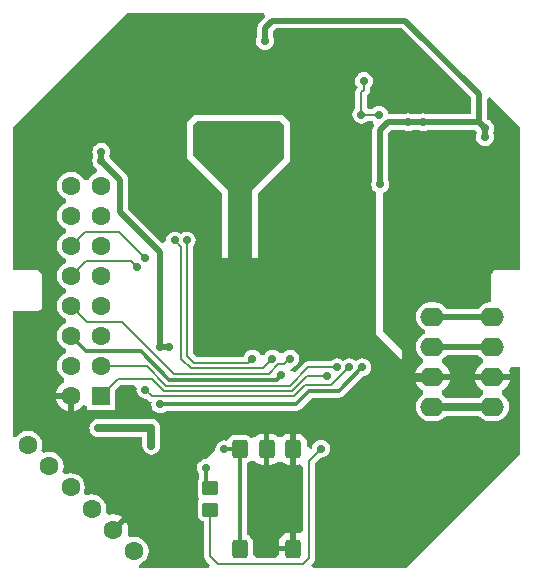
<source format=gbl>
G04 Layer_Physical_Order=2*
G04 Layer_Color=65280*
%FSLAX42Y42*%
%MOMM*%
G71*
G01*
G75*
G04:AMPARAMS|DCode=12|XSize=1.15mm|YSize=1.3mm|CornerRadius=0.12mm|HoleSize=0mm|Usage=FLASHONLY|Rotation=270.000|XOffset=0mm|YOffset=0mm|HoleType=Round|Shape=RoundedRectangle|*
%AMROUNDEDRECTD12*
21,1,1.15,1.07,0,0,270.0*
21,1,0.92,1.30,0,0,270.0*
1,1,0.23,-0.54,-0.46*
1,1,0.23,-0.54,0.46*
1,1,0.23,0.54,0.46*
1,1,0.23,0.54,-0.46*
%
%ADD12ROUNDEDRECTD12*%
%ADD21C,0.50*%
%ADD22C,0.20*%
%ADD23C,0.30*%
%ADD24C,0.70*%
%ADD27C,0.80*%
%ADD29O,2.00X1.60*%
%ADD30C,1.60*%
%ADD31R,1.60X1.60*%
%ADD32C,0.70*%
G04:AMPARAMS|DCode=33|XSize=1.6mm|YSize=1.4mm|CornerRadius=0.35mm|HoleSize=0mm|Usage=FLASHONLY|Rotation=90.000|XOffset=0mm|YOffset=0mm|HoleType=Round|Shape=RoundedRectangle|*
%AMROUNDEDRECTD33*
21,1,1.60,0.70,0,0,90.0*
21,1,0.90,1.40,0,0,90.0*
1,1,0.70,0.35,0.45*
1,1,0.70,0.35,-0.45*
1,1,0.70,-0.35,-0.45*
1,1,0.70,-0.35,0.45*
%
%ADD33ROUNDEDRECTD33*%
G36*
X24779Y23104D02*
X24731Y23056D01*
X24721Y23043D01*
X24714Y23027D01*
X24712Y23010D01*
Y22935D01*
X24704Y22917D01*
X24702Y22897D01*
X24704Y22878D01*
X24712Y22860D01*
X24724Y22844D01*
X24740Y22832D01*
X24758Y22824D01*
X24777Y22822D01*
X24797Y22824D01*
X24815Y22832D01*
X24831Y22844D01*
X24843Y22860D01*
X24851Y22878D01*
X24853Y22897D01*
X24851Y22917D01*
X24843Y22935D01*
Y22983D01*
X24867Y23007D01*
X25938D01*
X26523Y22421D01*
Y22277D01*
X26154D01*
X26136Y22284D01*
X26116Y22287D01*
X26096Y22284D01*
X26078Y22277D01*
X26027D01*
X26009Y22284D01*
X25989Y22287D01*
X25969Y22284D01*
X25951Y22277D01*
X25819D01*
X25816Y22295D01*
X25809Y22313D01*
X25796Y22329D01*
X25781Y22341D01*
X25763Y22349D01*
X25743Y22351D01*
X25723Y22349D01*
X25705Y22341D01*
X25690Y22329D01*
X25688Y22326D01*
X25648D01*
X25646Y22329D01*
X25644Y22331D01*
Y22442D01*
X25651Y22449D01*
X25662Y22465D01*
X25666Y22485D01*
Y22505D01*
X25668Y22507D01*
X25680Y22522D01*
X25688Y22540D01*
X25691Y22560D01*
X25688Y22580D01*
X25680Y22598D01*
X25668Y22613D01*
X25653Y22626D01*
X25635Y22633D01*
X25615Y22636D01*
X25595Y22633D01*
X25577Y22626D01*
X25561Y22613D01*
X25549Y22598D01*
X25542Y22580D01*
X25539Y22560D01*
X25542Y22540D01*
X25549Y22522D01*
X25561Y22507D01*
X25562Y22504D01*
X25557Y22499D01*
X25546Y22483D01*
X25542Y22463D01*
Y22331D01*
X25540Y22329D01*
X25527Y22313D01*
X25520Y22295D01*
X25517Y22276D01*
X25520Y22256D01*
X25527Y22238D01*
X25540Y22222D01*
X25555Y22210D01*
X25573Y22202D01*
X25593Y22200D01*
X25613Y22202D01*
X25631Y22210D01*
X25646Y22222D01*
X25648Y22225D01*
X25688D01*
X25690Y22222D01*
X25691Y22221D01*
X25694Y22215D01*
X25698Y22185D01*
X25696Y22181D01*
X25696Y22180D01*
X25689Y22164D01*
X25687Y22147D01*
Y21723D01*
X25679Y21705D01*
X25677Y21685D01*
X25679Y21665D01*
X25687Y21647D01*
X25699Y21632D01*
X25715Y21619D01*
X25715Y21619D01*
X25715Y20422D01*
X25940Y20197D01*
X25940Y20285D01*
X25777Y20447D01*
X25777Y21614D01*
X25790Y21619D01*
X25806Y21632D01*
X25818Y21647D01*
X25826Y21665D01*
X25828Y21685D01*
X25826Y21705D01*
X25818Y21723D01*
Y22120D01*
X25843Y22145D01*
X25951D01*
X25969Y22138D01*
X25989Y22135D01*
X26009Y22138D01*
X26027Y22145D01*
X26078D01*
X26096Y22138D01*
X26116Y22135D01*
X26136Y22138D01*
X26154Y22145D01*
X26558D01*
X26573Y22120D01*
X26567Y22105D01*
X26564Y22085D01*
X26567Y22065D01*
X26574Y22047D01*
X26586Y22032D01*
X26602Y22019D01*
X26620Y22012D01*
X26640Y22009D01*
X26660Y22012D01*
X26678Y22019D01*
X26693Y22032D01*
X26705Y22047D01*
X26713Y22065D01*
X26716Y22085D01*
X26713Y22105D01*
X26706Y22122D01*
X26713Y22140D01*
X26716Y22160D01*
X26713Y22180D01*
X26705Y22198D01*
X26693Y22213D01*
X26678Y22226D01*
X26660Y22233D01*
X26655Y22238D01*
Y22409D01*
X26682Y22421D01*
X26939Y22164D01*
Y20961D01*
X26740D01*
X26720Y20957D01*
X26704Y20946D01*
X26693Y20929D01*
X26689Y20910D01*
Y20685D01*
X26682D01*
X26651Y20681D01*
X26622Y20669D01*
X26597Y20650D01*
X26582Y20630D01*
X26315D01*
X26300Y20650D01*
X26275Y20669D01*
X26246Y20681D01*
X26214Y20685D01*
X26174D01*
X26143Y20681D01*
X26114Y20669D01*
X26089Y20650D01*
X26070Y20625D01*
X26058Y20595D01*
X26053Y20564D01*
X26058Y20533D01*
X26070Y20503D01*
X26089Y20478D01*
X26114Y20459D01*
X26128Y20453D01*
Y20421D01*
X26114Y20415D01*
X26089Y20396D01*
X26070Y20371D01*
X26058Y20341D01*
X26053Y20310D01*
X26058Y20279D01*
X26070Y20249D01*
X26089Y20224D01*
X26114Y20205D01*
X26115Y20205D01*
Y20172D01*
X26109Y20170D01*
X26082Y20149D01*
X26061Y20122D01*
X26048Y20090D01*
X26047Y20081D01*
X26194D01*
X26342D01*
X26341Y20090D01*
X26328Y20122D01*
X26307Y20149D01*
X26280Y20170D01*
X26274Y20172D01*
Y20205D01*
X26275Y20205D01*
X26300Y20224D01*
X26315Y20244D01*
X26582D01*
X26597Y20224D01*
X26622Y20205D01*
X26623Y20205D01*
Y20172D01*
X26617Y20170D01*
X26590Y20149D01*
X26569Y20122D01*
X26556Y20090D01*
X26555Y20081D01*
X26702D01*
X26850D01*
X26849Y20090D01*
X26843Y20105D01*
X26862Y20135D01*
X26939D01*
Y19406D01*
X25969Y18436D01*
X25180D01*
X25168Y18466D01*
X25189Y18486D01*
X25200Y18503D01*
X25203Y18522D01*
Y19326D01*
X25249Y19372D01*
X25252Y19372D01*
X25272Y19374D01*
X25290Y19382D01*
X25306Y19394D01*
X25318Y19410D01*
X25326Y19428D01*
X25328Y19447D01*
X25326Y19467D01*
X25318Y19485D01*
X25306Y19501D01*
X25290Y19513D01*
X25272Y19521D01*
X25252Y19523D01*
X25233Y19521D01*
X25215Y19513D01*
X25199Y19501D01*
X25187Y19485D01*
X25179Y19467D01*
X25178Y19455D01*
X25166Y19446D01*
X25137Y19460D01*
X25136Y19461D01*
Y19487D01*
X25133Y19510D01*
X25124Y19530D01*
X25111Y19548D01*
X25093Y19562D01*
X25072Y19570D01*
X25050Y19573D01*
X25040D01*
Y19442D01*
Y19312D01*
X25050D01*
X25072Y19315D01*
X25072Y19315D01*
X25102Y19294D01*
Y18751D01*
X25072Y18730D01*
X25072Y18730D01*
X25050Y18733D01*
X25040D01*
Y18602D01*
X25015D01*
Y18577D01*
X24894D01*
Y18557D01*
X24895Y18553D01*
X24872Y18523D01*
X24697D01*
X24675Y18553D01*
X24676Y18557D01*
Y18647D01*
X24673Y18667D01*
X24665Y18685D01*
X24653Y18701D01*
X24638Y18713D01*
X24621Y18720D01*
Y19325D01*
X24638Y19332D01*
X24653Y19344D01*
X24657Y19345D01*
X24690Y19343D01*
X24694Y19337D01*
X24712Y19323D01*
X24733Y19315D01*
X24755Y19312D01*
X24765D01*
Y19442D01*
Y19573D01*
X24755D01*
X24733Y19570D01*
X24712Y19562D01*
X24694Y19548D01*
X24690Y19542D01*
X24657Y19540D01*
X24653Y19541D01*
X24638Y19553D01*
X24620Y19561D01*
X24600Y19563D01*
X24530D01*
X24510Y19561D01*
X24492Y19553D01*
X24476Y19541D01*
X24464Y19525D01*
X24459Y19513D01*
X24452Y19516D01*
X24432Y19518D01*
X24413Y19516D01*
X24395Y19508D01*
X24379Y19496D01*
X24367Y19480D01*
X24359Y19462D01*
X24357Y19442D01*
X24357Y19440D01*
X24278Y19361D01*
X24277Y19361D01*
X24258Y19358D01*
X24240Y19351D01*
X24224Y19338D01*
X24212Y19323D01*
X24204Y19305D01*
X24202Y19285D01*
X24204Y19265D01*
X24212Y19247D01*
X24221Y19235D01*
Y19191D01*
X24213Y19179D01*
X24209Y19158D01*
Y19066D01*
X24213Y19046D01*
X24214Y19045D01*
X24222Y19022D01*
X24214Y19000D01*
X24213Y18999D01*
X24209Y18978D01*
Y18886D01*
X24213Y18866D01*
X24224Y18849D01*
X24241Y18838D01*
X24261Y18834D01*
X24264D01*
Y18535D01*
X24268Y18515D01*
X24279Y18499D01*
X24312Y18466D01*
X24299Y18436D01*
X23713D01*
X23707Y18466D01*
X23730Y18476D01*
X23755Y18495D01*
X23774Y18520D01*
X23787Y18549D01*
X23791Y18580D01*
X23787Y18612D01*
X23774Y18641D01*
X23755Y18666D01*
X23730Y18685D01*
X23701Y18697D01*
X23670Y18701D01*
X23638Y18697D01*
X23637Y18697D01*
X23614Y18720D01*
X23617Y18726D01*
X23621Y18760D01*
X23617Y18794D01*
X23604Y18826D01*
X23598Y18833D01*
X23508Y18742D01*
X23472Y18778D01*
X23563Y18868D01*
X23556Y18874D01*
X23524Y18887D01*
X23490Y18891D01*
X23456Y18887D01*
X23450Y18884D01*
X23427Y18907D01*
X23427Y18908D01*
X23431Y18940D01*
X23427Y18971D01*
X23415Y19000D01*
X23396Y19025D01*
X23371Y19044D01*
X23342Y19057D01*
X23310Y19061D01*
X23279Y19057D01*
X23265Y19051D01*
X23242Y19074D01*
X23248Y19088D01*
X23252Y19119D01*
X23248Y19151D01*
X23236Y19180D01*
X23216Y19205D01*
X23191Y19224D01*
X23162Y19236D01*
X23131Y19240D01*
X23099Y19236D01*
X23085Y19230D01*
X23062Y19253D01*
X23068Y19267D01*
X23072Y19299D01*
X23068Y19330D01*
X23056Y19359D01*
X23037Y19384D01*
X23012Y19404D01*
X22982Y19416D01*
X22951Y19420D01*
X22920Y19416D01*
X22905Y19410D01*
X22883Y19433D01*
X22888Y19447D01*
X22893Y19478D01*
X22888Y19510D01*
X22876Y19539D01*
X22857Y19564D01*
X22832Y19583D01*
X22803Y19595D01*
X22772Y19599D01*
X22740Y19595D01*
X22711Y19583D01*
X22686Y19564D01*
X22671Y19544D01*
X22648Y19548D01*
X22641Y19552D01*
Y20609D01*
X22840D01*
X22859Y20613D01*
X22876Y20624D01*
X22887Y20640D01*
X22891Y20660D01*
Y20910D01*
X22887Y20929D01*
X22876Y20946D01*
X22859Y20957D01*
X22840Y20961D01*
X22641D01*
Y22164D01*
X23611Y23134D01*
X24766D01*
X24779Y23104D01*
D02*
G37*
%LPC*%
G36*
X24990Y19573D02*
X24980D01*
X24958Y19570D01*
X24937Y19562D01*
X24919Y19548D01*
X24886D01*
X24868Y19562D01*
X24847Y19570D01*
X24825Y19573D01*
X24815D01*
Y19442D01*
Y19312D01*
X24825D01*
X24847Y19315D01*
X24868Y19323D01*
X24886Y19337D01*
X24919D01*
X24937Y19323D01*
X24958Y19315D01*
X24980Y19312D01*
X24990D01*
Y19442D01*
Y19573D01*
D02*
G37*
G36*
X23815Y19698D02*
X23365D01*
X23345Y19696D01*
X23327Y19688D01*
X23311Y19676D01*
X23299Y19660D01*
X23292Y19642D01*
X23289Y19622D01*
X23292Y19603D01*
X23299Y19585D01*
X23311Y19569D01*
X23327Y19557D01*
X23345Y19549D01*
X23365Y19547D01*
X23739D01*
Y19472D01*
X23742Y19453D01*
X23749Y19435D01*
X23761Y19419D01*
X23777Y19407D01*
X23795Y19399D01*
X23815Y19397D01*
X23835Y19399D01*
X23853Y19407D01*
X23868Y19419D01*
X23880Y19435D01*
X23888Y19453D01*
X23891Y19472D01*
Y19547D01*
Y19622D01*
X23888Y19642D01*
X23880Y19660D01*
X23868Y19676D01*
X23853Y19688D01*
X23835Y19696D01*
X23815Y19698D01*
D02*
G37*
G36*
X24990Y18733D02*
X24980D01*
X24958Y18730D01*
X24937Y18722D01*
X24919Y18708D01*
X24906Y18690D01*
X24897Y18670D01*
X24894Y18647D01*
Y18627D01*
X24990D01*
Y18733D01*
D02*
G37*
G36*
X23111Y19868D02*
X23008D01*
X23009Y19860D01*
X23022Y19828D01*
X23043Y19801D01*
X23070Y19780D01*
X23102Y19767D01*
X23111Y19766D01*
Y19868D01*
D02*
G37*
G36*
X23390Y22036D02*
X23370Y22033D01*
X23352Y22026D01*
X23336Y22013D01*
X23324Y21998D01*
X23317Y21980D01*
X23314Y21960D01*
X23317Y21940D01*
X23324Y21922D01*
X23317Y21905D01*
X23314Y21885D01*
X23317Y21865D01*
X23324Y21847D01*
X23336Y21832D01*
X23352Y21819D01*
X23355Y21818D01*
X23357Y21802D01*
X23354Y21787D01*
X23354Y21786D01*
X23329Y21776D01*
X23304Y21757D01*
X23285Y21732D01*
X23279Y21718D01*
X23247D01*
X23241Y21732D01*
X23222Y21757D01*
X23197Y21776D01*
X23167Y21788D01*
X23136Y21793D01*
X23105Y21788D01*
X23075Y21776D01*
X23050Y21757D01*
X23031Y21732D01*
X23019Y21703D01*
X23015Y21671D01*
X23019Y21640D01*
X23031Y21611D01*
X23050Y21586D01*
X23075Y21567D01*
X23090Y21561D01*
Y21528D01*
X23075Y21522D01*
X23050Y21503D01*
X23031Y21478D01*
X23019Y21449D01*
X23015Y21417D01*
X23019Y21386D01*
X23031Y21357D01*
X23050Y21332D01*
X23075Y21313D01*
X23090Y21307D01*
Y21274D01*
X23075Y21268D01*
X23050Y21249D01*
X23031Y21224D01*
X23019Y21195D01*
X23015Y21163D01*
X23019Y21132D01*
X23031Y21103D01*
X23050Y21078D01*
X23075Y21059D01*
X23090Y21053D01*
Y21020D01*
X23075Y21014D01*
X23050Y20995D01*
X23031Y20970D01*
X23019Y20941D01*
X23015Y20909D01*
X23019Y20878D01*
X23031Y20849D01*
X23050Y20824D01*
X23075Y20805D01*
X23090Y20799D01*
Y20766D01*
X23075Y20760D01*
X23050Y20741D01*
X23031Y20716D01*
X23019Y20687D01*
X23015Y20655D01*
X23019Y20624D01*
X23031Y20595D01*
X23050Y20570D01*
X23075Y20551D01*
X23090Y20545D01*
Y20512D01*
X23075Y20506D01*
X23050Y20487D01*
X23031Y20462D01*
X23019Y20433D01*
X23015Y20401D01*
X23019Y20370D01*
X23031Y20341D01*
X23050Y20316D01*
X23075Y20297D01*
X23090Y20291D01*
Y20258D01*
X23075Y20252D01*
X23050Y20233D01*
X23031Y20208D01*
X23019Y20179D01*
X23015Y20147D01*
X23019Y20116D01*
X23031Y20087D01*
X23050Y20062D01*
X23075Y20043D01*
X23077Y20042D01*
X23077Y20010D01*
X23070Y20007D01*
X23043Y19986D01*
X23022Y19959D01*
X23009Y19927D01*
X23008Y19918D01*
X23136D01*
Y19893D01*
X23161D01*
Y19766D01*
X23170Y19767D01*
X23202Y19780D01*
X23229Y19801D01*
X23240Y19815D01*
X23270Y19805D01*
Y19773D01*
X23510D01*
Y19941D01*
X23553Y19984D01*
X23670D01*
X23690Y19954D01*
X23689Y19947D01*
X23692Y19928D01*
X23699Y19910D01*
X23711Y19894D01*
X23727Y19882D01*
X23745Y19874D01*
X23765Y19872D01*
X23768Y19872D01*
X23784Y19856D01*
X23800Y19845D01*
X23817Y19842D01*
X23817Y19842D01*
X23814Y19822D01*
X23817Y19803D01*
X23824Y19785D01*
X23836Y19769D01*
X23852Y19757D01*
X23870Y19749D01*
X23890Y19747D01*
X23910Y19749D01*
X23928Y19757D01*
X23940Y19766D01*
X25040D01*
X25061Y19771D01*
X25080Y19783D01*
X25176Y19879D01*
X25402D01*
X25424Y19883D01*
X25442Y19895D01*
X25607Y20060D01*
X25622Y20062D01*
X25640Y20069D01*
X25656Y20082D01*
X25668Y20097D01*
X25676Y20115D01*
X25678Y20135D01*
X25676Y20155D01*
X25668Y20173D01*
X25656Y20188D01*
X25640Y20201D01*
X25622Y20208D01*
X25602Y20211D01*
X25583Y20208D01*
X25565Y20201D01*
X25546Y20190D01*
X25528Y20201D01*
X25510Y20208D01*
X25490Y20211D01*
X25470Y20208D01*
X25452Y20201D01*
X25440Y20191D01*
X25428Y20201D01*
X25410Y20208D01*
X25390Y20211D01*
X25370Y20208D01*
X25352Y20201D01*
X25336Y20188D01*
X25335Y20186D01*
X25140D01*
X25120Y20182D01*
X25104Y20171D01*
X25031Y20098D01*
X24995Y20101D01*
X24994Y20104D01*
X24993Y20105D01*
X24993Y20109D01*
X25010Y20137D01*
X25028Y20144D01*
X25043Y20157D01*
X25055Y20172D01*
X25063Y20190D01*
X25066Y20210D01*
X25063Y20230D01*
X25055Y20248D01*
X25043Y20263D01*
X25028Y20276D01*
X25010Y20283D01*
X24990Y20286D01*
X24970Y20283D01*
X24952Y20276D01*
X24936Y20263D01*
X24933Y20259D01*
X24928Y20257D01*
X24902D01*
X24897Y20259D01*
X24893Y20263D01*
X24878Y20276D01*
X24860Y20283D01*
X24840Y20286D01*
X24820Y20283D01*
X24802Y20276D01*
X24786Y20263D01*
X24774Y20248D01*
X24771Y20239D01*
X24739D01*
X24735Y20248D01*
X24723Y20263D01*
X24708Y20276D01*
X24690Y20283D01*
X24670Y20286D01*
X24650Y20283D01*
X24632Y20276D01*
X24616Y20263D01*
X24604Y20248D01*
X24597Y20230D01*
X24596Y20223D01*
X24199D01*
X24166Y20256D01*
Y21155D01*
X24168Y21157D01*
X24180Y21172D01*
X24188Y21190D01*
X24191Y21210D01*
X24188Y21230D01*
X24180Y21248D01*
X24168Y21263D01*
X24153Y21276D01*
X24135Y21283D01*
X24115Y21286D01*
X24095Y21283D01*
X24077Y21276D01*
X24065Y21266D01*
X24053Y21276D01*
X24035Y21283D01*
X24015Y21286D01*
X23995Y21283D01*
X23977Y21276D01*
X23961Y21263D01*
X23949Y21248D01*
X23942Y21230D01*
X23939Y21210D01*
X23913Y21188D01*
X23906Y21187D01*
X23618Y21475D01*
Y21722D01*
X23616Y21739D01*
X23609Y21755D01*
X23599Y21769D01*
X23463Y21905D01*
X23456Y21922D01*
X23463Y21940D01*
X23466Y21960D01*
X23463Y21980D01*
X23455Y21998D01*
X23443Y22013D01*
X23428Y22026D01*
X23410Y22033D01*
X23390Y22036D01*
D02*
G37*
G36*
X24927Y22272D02*
X24177D01*
X24115Y22210D01*
X24115Y21910D01*
X24415Y21610D01*
X24415Y21060D01*
X24465D01*
X24465Y21635D01*
X24165Y21935D01*
X24165Y22185D01*
X24202Y22222D01*
X24902Y22222D01*
X24940Y22185D01*
Y21910D01*
X24665Y21635D01*
X24665Y21060D01*
X24715D01*
X24715Y21610D01*
X24990Y21885D01*
X24990Y22210D01*
X24927Y22272D01*
D02*
G37*
G36*
X26850Y20031D02*
X26702D01*
X26555D01*
X26556Y20022D01*
X26569Y19990D01*
X26590Y19963D01*
X26617Y19942D01*
X26623Y19940D01*
Y19907D01*
X26622Y19907D01*
X26597Y19888D01*
X26589Y19878D01*
X26308D01*
X26300Y19888D01*
X26275Y19907D01*
X26274Y19907D01*
Y19940D01*
X26280Y19942D01*
X26307Y19963D01*
X26328Y19990D01*
X26341Y20022D01*
X26342Y20031D01*
X26194D01*
X26047D01*
X26048Y20022D01*
X26061Y19990D01*
X26082Y19963D01*
X26109Y19942D01*
X26115Y19940D01*
Y19907D01*
X26114Y19907D01*
X26089Y19888D01*
X26070Y19863D01*
X26058Y19833D01*
X26053Y19802D01*
X26058Y19771D01*
X26070Y19741D01*
X26089Y19716D01*
X26114Y19697D01*
X26143Y19685D01*
X26174Y19681D01*
X26214D01*
X26246Y19685D01*
X26275Y19697D01*
X26300Y19716D01*
X26308Y19726D01*
X26589D01*
X26597Y19716D01*
X26622Y19697D01*
X26651Y19685D01*
X26682Y19681D01*
X26722D01*
X26754Y19685D01*
X26783Y19697D01*
X26808Y19716D01*
X26827Y19741D01*
X26839Y19771D01*
X26844Y19802D01*
X26839Y19833D01*
X26827Y19863D01*
X26808Y19888D01*
X26783Y19907D01*
X26782Y19907D01*
Y19940D01*
X26788Y19942D01*
X26815Y19963D01*
X26836Y19990D01*
X26849Y20022D01*
X26850Y20031D01*
D02*
G37*
%LPD*%
D12*
X24315Y19112D02*
D03*
Y18932D02*
D03*
D21*
X25752Y21685D02*
Y22147D01*
X25816Y22211D01*
X25989D01*
X23890Y20310D02*
X23965D01*
X23890D02*
Y21110D01*
X23552Y21447D02*
X23890Y21110D01*
X23390Y21885D02*
Y21960D01*
X23390Y21885D02*
X23552Y21722D01*
Y21447D02*
Y21722D01*
X26194Y20564D02*
X26702D01*
X26194Y20310D02*
X26702D01*
X26589Y22211D02*
X26640Y22160D01*
X26589Y22211D02*
Y22449D01*
X25965Y23072D02*
X26589Y22449D01*
X24777Y23010D02*
X24840Y23072D01*
X25965D01*
X24777Y22897D02*
Y23010D01*
X26640Y22085D02*
Y22160D01*
X25989Y22211D02*
X26589D01*
D22*
X23824Y20035D02*
X23922Y19937D01*
X23765Y19947D02*
X23820Y19892D01*
X23775Y20147D02*
X23940Y19982D01*
X23390Y20147D02*
X23775D01*
X23531Y20035D02*
X23824D01*
X23269Y20522D02*
X23565D01*
X23136Y20909D02*
X23261Y21035D01*
X23545Y21285D02*
X23765Y21065D01*
X23257Y21285D02*
X23545D01*
X23136Y21163D02*
X23257Y21285D01*
X23640Y21035D02*
X23690Y20985D01*
X23261Y21035D02*
X23640D01*
X24015Y21210D02*
X24070Y21155D01*
Y20205D02*
Y21155D01*
X23136Y20655D02*
X23269Y20522D01*
X23390Y19893D02*
X23531Y20035D01*
X25340Y19985D02*
X25490Y20135D01*
X23940Y19982D02*
X24987D01*
X25140Y20135D01*
X25390D01*
X25006Y19937D02*
X25129Y20060D01*
X25302D01*
X25025Y19892D02*
X25117Y19985D01*
X25340D01*
X23922Y19937D02*
X25006D01*
X23820Y19892D02*
X25025D01*
X24940Y20160D02*
X24990Y20210D01*
X24890Y20160D02*
X24940D01*
X24315Y18535D02*
Y18932D01*
Y18535D02*
X24377Y18472D01*
X25102D01*
X25152Y18522D01*
Y19347D01*
X25252Y19447D01*
X25593Y22276D02*
X25743D01*
X25615Y22485D02*
Y22560D01*
X25593Y22463D02*
X25615Y22485D01*
X25593Y22276D02*
Y22463D01*
X24632Y20172D02*
X24670Y20210D01*
X24005Y20082D02*
X24812D01*
X24147Y20127D02*
X24757D01*
X24070Y20205D02*
X24147Y20127D01*
X24757D02*
X24840Y20210D01*
X23565Y20522D02*
X24005Y20082D01*
X24812D02*
X24890Y20160D01*
X24115Y20235D02*
Y21210D01*
Y20235D02*
X24177Y20172D01*
X24632D01*
D23*
X23727Y20272D02*
X23967Y20032D01*
X23265Y20272D02*
X23727D01*
X23136Y20401D02*
X23265Y20272D01*
X25402Y19935D02*
X25602Y20135D01*
X23890Y19822D02*
X25040D01*
X25152Y19935D01*
X25402D01*
X23967Y20032D02*
X24875D01*
X24915Y20072D01*
X24432Y19442D02*
X24565D01*
Y18602D02*
Y19442D01*
X24277Y19087D02*
Y19285D01*
D24*
X23815Y19472D02*
Y19547D01*
Y19622D01*
X23515D02*
X23815D01*
X23440D02*
X23515D01*
X23365D02*
X23440D01*
X26194Y19802D02*
X26702D01*
D27*
X26006Y20056D02*
X26194D01*
D29*
X26702D02*
D03*
Y20564D02*
D03*
Y20310D02*
D03*
Y19802D02*
D03*
X26194D02*
D03*
Y20310D02*
D03*
Y20564D02*
D03*
Y20056D02*
D03*
D30*
X22951Y19299D02*
D03*
X23490Y18760D02*
D03*
X22772Y19478D02*
D03*
X23131Y19119D02*
D03*
X23310Y18940D02*
D03*
X23670Y18580D02*
D03*
X23390Y20401D02*
D03*
Y21163D02*
D03*
X23136Y20401D02*
D03*
Y21163D02*
D03*
X23390Y20147D02*
D03*
Y20909D02*
D03*
Y20655D02*
D03*
Y21671D02*
D03*
Y21417D02*
D03*
X23136Y19893D02*
D03*
Y20147D02*
D03*
Y20909D02*
D03*
Y20655D02*
D03*
Y21671D02*
D03*
Y21417D02*
D03*
D31*
X23390Y19893D02*
D03*
D32*
X26116Y22211D02*
D03*
X25989Y22211D02*
D03*
X24877Y22172D02*
D03*
X24227Y22172D02*
D03*
X25302Y20060D02*
D03*
X26327Y21947D02*
D03*
X25902Y22010D02*
D03*
Y21935D02*
D03*
X23690Y20985D02*
D03*
X23765Y21065D02*
D03*
X24670Y20210D02*
D03*
X24115Y21210D02*
D03*
X24015D02*
D03*
X24990Y20210D02*
D03*
X25390Y20135D02*
D03*
X23765Y19947D02*
D03*
X25490Y20135D02*
D03*
X25602Y20997D02*
D03*
X23815Y19622D02*
D03*
Y19547D02*
D03*
Y19472D02*
D03*
X23365Y19622D02*
D03*
X23440D02*
D03*
X23515D02*
D03*
X25752Y21685D02*
D03*
X26640Y22160D02*
D03*
X24227Y20297D02*
D03*
X23890Y20310D02*
D03*
X23965Y20310D02*
D03*
X23390Y21885D02*
D03*
X23390Y21960D02*
D03*
X25602Y20135D02*
D03*
X23890Y19822D02*
D03*
X24540Y21035D02*
D03*
X25052D02*
D03*
X24540Y20785D02*
D03*
X25052D02*
D03*
X24540Y20535D02*
D03*
X25052D02*
D03*
X24790Y21035D02*
D03*
Y20785D02*
D03*
Y20535D02*
D03*
X24015Y21672D02*
D03*
Y21410D02*
D03*
Y21547D02*
D03*
X24390Y20297D02*
D03*
X26452Y21560D02*
D03*
X26190Y21147D02*
D03*
X26290D02*
D03*
X25915D02*
D03*
X25815D02*
D03*
X24840Y20210D02*
D03*
X24915Y20072D02*
D03*
X24277Y19285D02*
D03*
X24432Y19442D02*
D03*
X25252Y19447D02*
D03*
X25743Y22276D02*
D03*
X25593D02*
D03*
X24777Y22897D02*
D03*
X24302Y22935D02*
D03*
X23867Y22995D02*
D03*
X24007Y22702D02*
D03*
X23657D02*
D03*
X25615Y22560D02*
D03*
X26640Y22085D02*
D03*
X25115Y21785D02*
D03*
Y21860D02*
D03*
X24915Y19672D02*
D03*
Y19597D02*
D03*
X25277Y18810D02*
D03*
Y18610D02*
D03*
X24840D02*
D03*
X24727D02*
D03*
X25027Y18772D02*
D03*
X25277Y19085D02*
D03*
D33*
X24790Y19442D02*
D03*
X25015D02*
D03*
X24565D02*
D03*
Y18602D02*
D03*
X25015D02*
D03*
M02*

</source>
